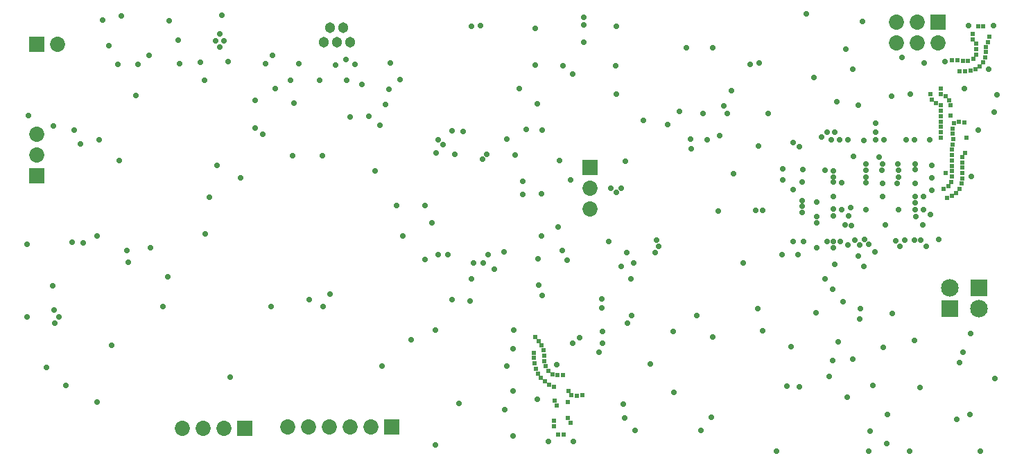
<source format=gbs>
G04*
G04 #@! TF.GenerationSoftware,Altium Limited,Altium Designer,21.6.4 (81)*
G04*
G04 Layer_Color=16711935*
%FSLAX44Y44*%
%MOMM*%
G71*
G04*
G04 #@! TF.SameCoordinates,DA7206DA-C6EB-4482-9556-2D8F6DD5BCF2*
G04*
G04*
G04 #@! TF.FilePolarity,Negative*
G04*
G01*
G75*
%ADD167C,1.8532*%
%ADD168R,1.8532X1.8532*%
%ADD169R,1.8532X1.8532*%
%ADD170C,1.3032*%
%ADD171R,2.1532X2.1532*%
%ADD172C,2.1532*%
%ADD173C,0.7032*%
%ADD174C,0.6032*%
D167*
X26577Y398780D02*
D03*
Y373380D02*
D03*
X1126902Y510540D02*
D03*
X1101503Y535940D02*
D03*
Y510540D02*
D03*
X1076103Y535940D02*
D03*
Y510540D02*
D03*
X52070Y509270D02*
D03*
X702310Y332740D02*
D03*
Y307340D02*
D03*
X434340Y40640D02*
D03*
X408940D02*
D03*
X383540D02*
D03*
X358140D02*
D03*
X332740D02*
D03*
X255270Y39370D02*
D03*
X229870D02*
D03*
X204470D02*
D03*
D168*
X26577Y347980D02*
D03*
X702310Y358140D02*
D03*
D169*
X1126902Y535940D02*
D03*
X26670Y509270D02*
D03*
X459740Y40640D02*
D03*
X280670Y39370D02*
D03*
D170*
X408940Y511810D02*
D03*
X400940Y529810D02*
D03*
X392940Y511810D02*
D03*
X384940Y529810D02*
D03*
X376940Y511810D02*
D03*
D171*
X1141730Y185420D02*
D03*
X1177290Y210820D02*
D03*
D172*
X1141730D02*
D03*
X1177290Y185420D02*
D03*
D173*
X165100Y260350D02*
D03*
X533565Y403642D02*
D03*
X483870Y147320D02*
D03*
X998220Y209550D02*
D03*
X908050Y384628D02*
D03*
X716183Y197697D02*
D03*
X1023462Y123719D02*
D03*
X961070Y318080D02*
D03*
X961102Y310760D02*
D03*
X961146Y303205D02*
D03*
X984861Y395911D02*
D03*
X860609Y397407D02*
D03*
X991351Y401964D02*
D03*
X1001483Y402021D02*
D03*
X1006622Y392264D02*
D03*
X1016814Y392098D02*
D03*
X1051095Y401985D02*
D03*
X1036750Y391833D02*
D03*
X1061578Y392164D02*
D03*
X1088446D02*
D03*
X1098488Y392054D02*
D03*
X1117302D02*
D03*
X936836Y251349D02*
D03*
X950016Y267969D02*
D03*
X962775Y268042D02*
D03*
X979212Y260551D02*
D03*
X1025595Y269686D02*
D03*
X1017253Y263834D02*
D03*
X1037141Y270002D02*
D03*
X1031684Y263834D02*
D03*
X1106162Y269343D02*
D03*
X1112520Y261620D02*
D03*
X956310Y251460D02*
D03*
X642620Y274320D02*
D03*
X929640Y11430D02*
D03*
X1092200D02*
D03*
X1178560D02*
D03*
X1042670D02*
D03*
X186690Y224790D02*
D03*
X668020Y256540D02*
D03*
X662940Y285750D02*
D03*
X744220Y52070D02*
D03*
X69956Y266757D02*
D03*
X1043940Y35560D02*
D03*
X755650Y241300D02*
D03*
X947795Y138822D02*
D03*
X904240Y306070D02*
D03*
X913130D02*
D03*
X359410Y196850D02*
D03*
X375951Y188361D02*
D03*
X384634Y203635D02*
D03*
X1080837Y261687D02*
D03*
X1075642Y269046D02*
D03*
X1086372Y269325D02*
D03*
X1098550Y269240D02*
D03*
X537254Y374734D02*
D03*
X514604Y376597D02*
D03*
X522628Y386099D02*
D03*
X585470Y233680D02*
D03*
X638461Y246733D02*
D03*
X1159510Y454660D02*
D03*
X824709Y392799D02*
D03*
X826143Y381381D02*
D03*
X610535Y373543D02*
D03*
X576120Y374157D02*
D03*
X600292Y392901D02*
D03*
X445770Y410210D02*
D03*
X338927Y373188D02*
D03*
X375273Y372931D02*
D03*
X811530Y426720D02*
D03*
X767113Y415965D02*
D03*
X845323Y392356D02*
D03*
X637540Y436190D02*
D03*
X624426Y404691D02*
D03*
X797310Y410772D02*
D03*
X557767Y531007D02*
D03*
X734527Y448540D02*
D03*
X439936Y354007D02*
D03*
X678180Y342900D02*
D03*
X1051298Y392190D02*
D03*
X1065530Y55880D02*
D03*
X1165860D02*
D03*
X1016000Y77470D02*
D03*
X127000Y367030D02*
D03*
X740410Y237490D02*
D03*
X746760Y254436D02*
D03*
X717543Y143517D02*
D03*
X713160Y132080D02*
D03*
X717550Y157480D02*
D03*
X727710Y332740D02*
D03*
X734060Y327660D02*
D03*
X740410Y332740D02*
D03*
X725170Y267970D02*
D03*
X742950Y68580D02*
D03*
X913130Y158750D02*
D03*
X906780Y185420D02*
D03*
X1036320Y237490D02*
D03*
X989330Y222250D02*
D03*
X262890Y101600D02*
D03*
X949960Y388620D02*
D03*
X293370Y406400D02*
D03*
X661670Y116840D02*
D03*
X637540Y74930D02*
D03*
X680720Y143510D02*
D03*
X598170Y62230D02*
D03*
X542290Y69850D02*
D03*
X651510Y22860D02*
D03*
X681990D02*
D03*
X600710Y115570D02*
D03*
X775970Y118110D02*
D03*
X689610Y149860D02*
D03*
X1009187Y306960D02*
D03*
X1020778Y309646D02*
D03*
X1063182Y288180D02*
D03*
X1042670Y264160D02*
D03*
X997033Y391947D02*
D03*
X957580Y383540D02*
D03*
X961763Y355935D02*
D03*
X961390Y340360D02*
D03*
X937260Y356870D02*
D03*
Y342900D02*
D03*
X949960Y330962D02*
D03*
X1001397Y239678D02*
D03*
X991870Y267970D02*
D03*
X999490D02*
D03*
X1007690D02*
D03*
X999490Y260405D02*
D03*
X1127956Y270428D02*
D03*
X1050290Y255270D02*
D03*
X1029970Y250190D02*
D03*
X1051015Y412682D02*
D03*
X1003234Y438626D02*
D03*
X1030028Y434790D02*
D03*
X1013714Y287782D02*
D03*
X1021179Y287138D02*
D03*
X1017986Y298951D02*
D03*
X999097Y353837D02*
D03*
X989452Y354901D02*
D03*
X999204Y346931D02*
D03*
X999316Y340360D02*
D03*
X1009323Y339487D02*
D03*
X999490Y322580D02*
D03*
X979170Y316230D02*
D03*
Y298450D02*
D03*
Y291084D02*
D03*
X1108710Y288290D02*
D03*
X1117570Y300960D02*
D03*
X1099820Y298450D02*
D03*
X1099404Y306924D02*
D03*
X1109281Y307162D02*
D03*
X1078952Y306939D02*
D03*
X1039277Y306822D02*
D03*
X1059180Y322580D02*
D03*
Y339090D02*
D03*
X1039575Y339450D02*
D03*
X1039334Y346934D02*
D03*
X1039092Y355005D02*
D03*
Y362683D02*
D03*
X1023620Y372110D02*
D03*
X1055116Y370894D02*
D03*
X1059160Y362458D02*
D03*
X1059055Y355097D02*
D03*
X1078810Y346735D02*
D03*
X1076960Y338960D02*
D03*
X1078810Y355252D02*
D03*
X1078476Y363059D02*
D03*
X1099130Y362960D02*
D03*
Y355518D02*
D03*
Y339193D02*
D03*
X1099368Y323032D02*
D03*
X1109346Y323057D02*
D03*
X1119409Y330876D02*
D03*
X1119409Y345654D02*
D03*
X1119551Y360942D02*
D03*
X1099368Y314960D02*
D03*
X999385Y298794D02*
D03*
X999490Y307340D02*
D03*
X1195681Y426532D02*
D03*
X1109980Y486410D02*
D03*
X1070610Y445770D02*
D03*
X1189376Y478420D02*
D03*
X1136031Y487954D02*
D03*
X1093470Y448310D02*
D03*
X1083310Y492760D02*
D03*
X1198880Y447040D02*
D03*
X1164590Y532130D02*
D03*
X977900Y180340D02*
D03*
X1010920Y194310D02*
D03*
X1032510Y185420D02*
D03*
X1194580Y532130D02*
D03*
X889698Y241300D02*
D03*
X106680Y538480D02*
D03*
X302260Y398780D02*
D03*
X188580Y538017D02*
D03*
X246957Y361317D02*
D03*
X1060450Y138430D02*
D03*
X994338Y102870D02*
D03*
X942703Y90776D02*
D03*
X1105111Y89593D02*
D03*
X1071643Y179946D02*
D03*
X1098564Y146904D02*
D03*
X1196340Y100330D02*
D03*
X1157613Y132439D02*
D03*
X1167754Y347416D02*
D03*
X1176183Y404427D02*
D03*
X1014730Y502920D02*
D03*
X975501Y468283D02*
D03*
X869846Y424177D02*
D03*
X874530Y452754D02*
D03*
X851985Y504837D02*
D03*
X820317Y504621D02*
D03*
X635706Y528213D02*
D03*
X664670Y366711D02*
D03*
X858955Y305022D02*
D03*
X748030Y167640D02*
D03*
X752777Y176922D02*
D03*
X832636Y177304D02*
D03*
X852170Y151130D02*
D03*
X804375Y83674D02*
D03*
X850782Y52766D02*
D03*
X837616Y36490D02*
D03*
X757275Y36490D02*
D03*
X513598Y18903D02*
D03*
X608439Y29925D02*
D03*
X608612Y84886D02*
D03*
X608608Y136289D02*
D03*
X608700Y159238D02*
D03*
X513820Y159294D02*
D03*
X597042Y255093D02*
D03*
X560070Y241682D02*
D03*
X557158Y221929D02*
D03*
X570958Y368670D02*
D03*
X733532Y483000D02*
D03*
X734060Y530860D02*
D03*
X694690Y542290D02*
D03*
X669011Y482834D02*
D03*
X635145Y483787D02*
D03*
X568516Y531990D02*
D03*
X457015Y454062D02*
D03*
X458008Y485891D02*
D03*
X415260Y484421D02*
D03*
X391249Y483905D02*
D03*
X340431Y437435D02*
D03*
X314019Y495428D02*
D03*
X244891Y513375D02*
D03*
X255258Y513040D02*
D03*
X250190Y505460D02*
D03*
Y521970D02*
D03*
X231824Y465182D02*
D03*
X201123Y485715D02*
D03*
X149793Y484846D02*
D03*
X125635Y484556D02*
D03*
X114691Y507395D02*
D03*
X129841Y543625D02*
D03*
X136584Y257229D02*
D03*
X83613Y266217D02*
D03*
X118145Y141036D02*
D03*
X99932Y71796D02*
D03*
X38842Y113858D02*
D03*
X14992Y175714D02*
D03*
X45720Y213360D02*
D03*
X15097Y264368D02*
D03*
X102870Y392430D02*
D03*
X80010Y387350D02*
D03*
X72390Y403860D02*
D03*
X16510Y421640D02*
D03*
X46990Y408940D02*
D03*
X966470Y546100D02*
D03*
X317500Y454660D02*
D03*
X346710Y485140D02*
D03*
X293370Y440690D02*
D03*
X405130Y464820D02*
D03*
X403860Y490220D02*
D03*
X252730Y544830D02*
D03*
X180340Y187960D02*
D03*
X500771Y311505D02*
D03*
X465938Y312049D02*
D03*
X138430Y242570D02*
D03*
X275590Y345440D02*
D03*
X237743Y321852D02*
D03*
X469900Y466090D02*
D03*
X1153160Y119380D02*
D03*
X1167130Y154940D02*
D03*
X547370Y402082D02*
D03*
X694690Y511810D02*
D03*
X199390Y514350D02*
D03*
X783590Y269240D02*
D03*
X781630Y254436D02*
D03*
X786130Y261620D02*
D03*
X998220Y121920D02*
D03*
X473710Y274320D02*
D03*
X312420Y187960D02*
D03*
X232410Y276860D02*
D03*
X674370Y245110D02*
D03*
X53340Y175260D02*
D03*
X48260Y167640D02*
D03*
X509270Y290830D02*
D03*
X533400Y196850D02*
D03*
X643890Y201930D02*
D03*
X448310Y115570D02*
D03*
X516890Y392430D02*
D03*
X745490Y365760D02*
D03*
X619760Y341630D02*
D03*
Y325120D02*
D03*
X694690Y532964D02*
D03*
X615950Y454660D02*
D03*
X680720Y472440D02*
D03*
X643890Y403860D02*
D03*
X1047750Y91440D02*
D03*
X919480Y424180D02*
D03*
X840304D02*
D03*
X957580Y90170D02*
D03*
X642620Y326390D02*
D03*
X528320Y251460D02*
D03*
X577850D02*
D03*
X1064260Y20320D02*
D03*
X1031240Y172720D02*
D03*
X260350Y487680D02*
D03*
X306070Y485140D02*
D03*
X751840Y222068D02*
D03*
X556006Y195238D02*
D03*
X516890Y251460D02*
D03*
X62230Y91440D02*
D03*
X571491Y241588D02*
D03*
X371735Y464820D02*
D03*
X336550D02*
D03*
X716280Y186690D02*
D03*
X452120Y435610D02*
D03*
X163538Y495554D02*
D03*
X432490Y420806D02*
D03*
X803656Y157480D02*
D03*
X226476Y486873D02*
D03*
X865730Y434086D02*
D03*
X1022858Y478282D02*
D03*
X408940Y420116D02*
D03*
X877189Y350520D02*
D03*
X1005078Y145431D02*
D03*
X500380Y245443D02*
D03*
X423490Y459668D02*
D03*
X1034542Y537464D02*
D03*
X908812Y486664D02*
D03*
X897636Y484632D02*
D03*
X1150428Y49846D02*
D03*
X47752Y184404D02*
D03*
X100330Y274574D02*
D03*
X639826Y214738D02*
D03*
X147574Y446278D02*
D03*
D174*
X659091Y72884D02*
D03*
X661840Y66949D02*
D03*
X658177Y48451D02*
D03*
X657922Y41916D02*
D03*
X663494Y31572D02*
D03*
X670034D02*
D03*
X678118Y45794D02*
D03*
X675269Y51681D02*
D03*
X675072Y71155D02*
D03*
X633587Y131819D02*
D03*
X633900Y125287D02*
D03*
X634260Y118757D02*
D03*
X635817Y112405D02*
D03*
X638567Y106471D02*
D03*
X642352Y101138D02*
D03*
X647046Y96584D02*
D03*
X652491Y92961D02*
D03*
X658304Y89965D02*
D03*
X676215Y85366D02*
D03*
X679591Y79764D02*
D03*
X686122Y79422D02*
D03*
X692652Y79788D02*
D03*
X669246Y104728D02*
D03*
X662707Y104616D02*
D03*
X656188Y105148D02*
D03*
X651363Y109563D02*
D03*
X648007Y115176D02*
D03*
X646404Y121517D02*
D03*
X646260Y128055D02*
D03*
X645632Y134565D02*
D03*
X643289Y140671D02*
D03*
X639518Y146014D02*
D03*
X635195Y150922D02*
D03*
X1182661Y531038D02*
D03*
X1176121D02*
D03*
X1169732Y521598D02*
D03*
X1169808Y515058D02*
D03*
X1173650Y509766D02*
D03*
Y503226D02*
D03*
X1173475Y496688D02*
D03*
X1170127Y491070D02*
D03*
X1164025Y488717D02*
D03*
X1157485Y488701D02*
D03*
X1151082Y490035D02*
D03*
X1144544Y489897D02*
D03*
X1153567Y476125D02*
D03*
X1160104Y476340D02*
D03*
X1166639Y476592D02*
D03*
X1172938Y478352D02*
D03*
X1178413Y481929D02*
D03*
X1182659Y486903D02*
D03*
X1185216Y492923D02*
D03*
X1186010Y499414D02*
D03*
Y505954D02*
D03*
X1188536Y511987D02*
D03*
X1189928Y518377D02*
D03*
X1118220Y447861D02*
D03*
X1119718Y441494D02*
D03*
X1124450Y436980D02*
D03*
X1130418Y434305D02*
D03*
Y427766D02*
D03*
Y421226D02*
D03*
Y414686D02*
D03*
Y408146D02*
D03*
Y401606D02*
D03*
Y395066D02*
D03*
X1136255Y351800D02*
D03*
X1142778Y421546D02*
D03*
X1142773Y434626D02*
D03*
X1141068Y440940D02*
D03*
X1136663Y445774D02*
D03*
X1130580Y448177D02*
D03*
X1130949Y454707D02*
D03*
X1152843Y413908D02*
D03*
X1146450Y412531D02*
D03*
X1144782Y406208D02*
D03*
Y399668D02*
D03*
X1145607Y393180D02*
D03*
X1144952Y386673D02*
D03*
X1144494Y380149D02*
D03*
Y373609D02*
D03*
Y367069D02*
D03*
Y360529D02*
D03*
Y353989D02*
D03*
Y347449D02*
D03*
X1143606Y340969D02*
D03*
X1139936Y335556D02*
D03*
X1134189Y332436D02*
D03*
X1137885Y320784D02*
D03*
X1143897Y323359D02*
D03*
X1149067Y327365D02*
D03*
X1153071Y332536D02*
D03*
X1155645Y338548D02*
D03*
X1156702Y345002D02*
D03*
X1156746Y351541D02*
D03*
Y358082D02*
D03*
Y364621D02*
D03*
Y371161D02*
D03*
X1160496Y376520D02*
D03*
X1162211Y394731D02*
D03*
X1159631Y413520D02*
D03*
M02*

</source>
